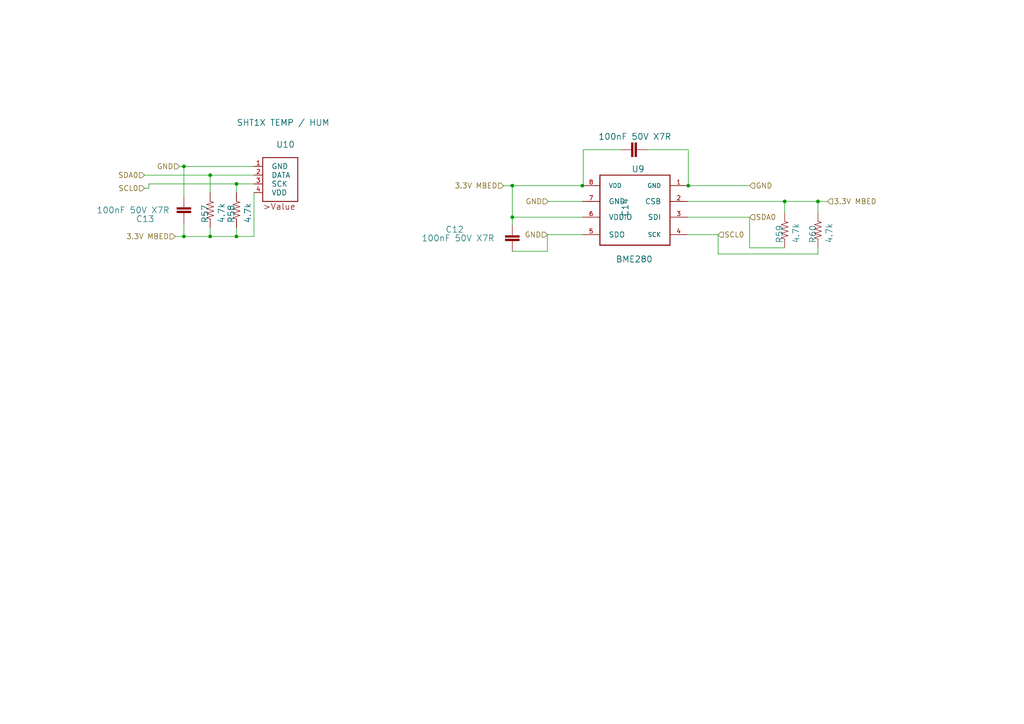
<source format=kicad_sch>
(kicad_sch (version 20230121) (generator eeschema)
  (paper "A4")
  (title_block (date "31 mar 2015"))
  (lib_symbols
    (symbol "SPCInterfaceBoard-v01-rescue:0.1UF-25V-5%(0603)_0603-CAP" (pin_names (offset 2.54))
      (property "Reference" "C" (at 1.524 2.921 0))
      (property "Value" "0.1UF-25V-5%(0603)_0603-CAP" (at 1.524 -2.159 0))
      (symbol "0.1UF-25V-5%(0603)_0603-CAP_0_0"
        (polyline (pts (xy 0 0) (xy 0 0.508)) (stroke (width 0.1524)))
        (polyline (pts (xy 0 2.54) (xy 0 2.032)) (stroke (width 0.1524)))
        (pin passive line (at 0 5.08 270) (length 2.54) (name "1") (number "1"))
        (pin passive line (at 0 -2.54 90) (length 2.54) (name "2") (number "2"))
      )
      (symbol "0.1UF-25V-5%(0603)_0603-CAP_0_1"
        (rectangle (start -2.032 0.508) (end 2.032 1.016) (fill (type outline)))
        (rectangle (start -2.032 1.524) (end 2.032 2.032) (fill (type outline)))
      )
    )
    (symbol "SPCInterfaceBoard-v01-rescue:1.2MOHMS-1/10W-1%(0603)_0603-RES" (pin_names (offset 2.54))
      (property "Reference" "R" (at -3.81 1.4986 0))
      (property "Value" "1.2MOHMS-1/10W-1%(0603)_0603-RES" (at -3.81 -3.302 0))
      (symbol "1.2MOHMS-1/10W-1%(0603)_0603-RES_0_0"
        (polyline (pts (xy -2.54 0) (xy -2.159 1.016)) (stroke (width 0.1524)))
        (polyline (pts (xy -2.159 1.016) (xy -1.524 -1.016)) (stroke (width 0.1524)))
        (polyline (pts (xy -1.524 -1.016) (xy -0.889 1.016)) (stroke (width 0.1524)))
        (polyline (pts (xy -0.889 1.016) (xy -0.254 -1.016)) (stroke (width 0.1524)))
        (polyline (pts (xy -0.254 -1.016) (xy 0.381 1.016)) (stroke (width 0.1524)))
        (polyline (pts (xy 0.381 1.016) (xy 1.016 -1.016)) (stroke (width 0.1524)))
        (polyline (pts (xy 1.016 -1.016) (xy 1.651 1.016)) (stroke (width 0.1524)))
        (polyline (pts (xy 1.651 1.016) (xy 2.286 -1.016)) (stroke (width 0.1524)))
        (polyline (pts (xy 2.286 -1.016) (xy 2.54 0)) (stroke (width 0.1524)))
        (pin passive line (at -5.08 0 0) (length 2.54) (name "1") (number "1"))
        (pin passive line (at 5.08 0 180) (length 2.54) (name "2") (number "2"))
      )
    )
    (symbol "SPCInterfaceBoard-v01-rescue:BME280" (pin_names (offset 2.54))
      (property "Reference" "U" (at -1.016 14.478 0))
      (property "Value" "BME280" (at -5.588 -11.684 0))
      (symbol "BME280_0_0"
        (polyline (pts (xy -10.16 -7.62) (xy 10.16 -7.62)) (stroke (width 0.254)))
        (polyline (pts (xy -10.16 -7.62) (xy 10.16 -7.62)) (stroke (width 0.254)))
        (polyline (pts (xy -10.16 12.7) (xy -10.16 -7.62)) (stroke (width 0.254)))
        (polyline (pts (xy -10.16 12.7) (xy -10.16 -7.62)) (stroke (width 0.254)))
        (polyline (pts (xy -10.16 12.7) (xy 10.16 12.7)) (stroke (width 0.254)))
        (polyline (pts (xy 10.16 -7.62) (xy 10.16 12.7)) (stroke (width 0.254)))
        (polyline (pts (xy 10.16 -7.62) (xy 10.16 12.7)) (stroke (width 0.254)))
        (pin power_in line (at 15.24 5.08 180) (length 5.08) (name "CSB") (number "2"))
        (pin power_in line (at 15.24 0.508 180) (length 5.08) (name "SDI") (number "3"))
        (pin input line (at -15.24 -4.572 0) (length 5.08) (name "SDO") (number "5"))
        (pin bidirectional line (at -15.24 0.508 0) (length 5.08) (name "VDDIO") (number "6"))
        (pin power_in line (at -15.24 5.08 0) (length 5.08) (name "GND") (number "7"))
      )
      (symbol "BME280_1_1"
        (pin input line (at 15.24 9.652 180) (length 5.08) (name "GND") (number "1"))
        (pin input line (at 15.24 -4.572 180) (length 5.08) (name "SCK") (number "4"))
        (pin input line (at -15.24 9.652 0) (length 5.08) (name "VDD") (number "8"))
      )
    )
    (symbol "SPCInterfaceBoard-v01-rescue:SHT1XSMD_SHT1X" (pin_names (offset 2.54))
      (property "Reference" "U" (at -5.08 8.382 0))
      (property "Value" "SHT1XSMD_SHT1X" (at -5.08 -7.62 0))
      (symbol "SHT1XSMD_SHT1X_0_0"
        (polyline (pts (xy -5.08 -5.08) (xy -5.08 7.62)) (stroke (width 0.254)))
        (polyline (pts (xy -5.08 7.62) (xy 5.08 7.62)) (stroke (width 0.254)))
        (polyline (pts (xy 5.08 -5.08) (xy -5.08 -5.08)) (stroke (width 0.254)))
        (polyline (pts (xy 5.08 7.62) (xy 5.08 -5.08)) (stroke (width 0.254)))
        (text ">Value" (at -5.08 -7.62 0) (effects (font (size 1.778 1.778)) (justify left bottom)))
        (pin power_in line (at -7.62 5.08 0) (length 2.54) (name "GND") (number "1"))
        (pin bidirectional line (at -7.62 2.54 0) (length 2.54) (name "DATA") (number "2"))
        (pin input line (at -7.62 0 0) (length 2.54) (name "SCK") (number "3"))
        (pin power_in line (at -7.62 -2.54 0) (length 2.54) (name "VDD") (number "4"))
      )
    )
  )
  (junction (at 148.59 53.848))
  (junction (at 68.58 68.58))
  (junction (at 148.59 62.992))
  (junction (at 168.91 53.848))
  (junction (at 199.644 53.848))
  (junction (at 68.58 53.34))
  (junction (at 227.584 58.42))
  (junction (at 60.96 68.58))
  (junction (at 237.236 58.42))
  (junction (at 53.34 48.26))
  (junction (at 53.34 68.58))
  (junction (at 60.96 50.8))
  (wire (pts (xy 187.706 43.434) (xy 199.644 43.434)))
  (wire (pts (xy 60.96 66.04) (xy 60.96 68.58)))
  (wire (pts (xy 50.8 68.58) (xy 53.34 68.58)))
  (wire (pts (xy 68.58 68.58) (xy 73.66 68.58)))
  (wire (pts (xy 148.59 53.848) (xy 168.91 53.848)))
  (wire (pts (xy 43.18 53.34) (xy 43.18 54.61)))
  (wire (pts (xy 227.584 58.42) (xy 237.236 58.42)))
  (wire (pts (xy 168.91 53.848) (xy 169.164 53.848)))
  (wire (pts (xy 41.91 50.8) (xy 60.96 50.8)))
  (wire (pts (xy 53.34 48.26) (xy 73.66 48.26)))
  (wire (pts (xy 68.58 53.34) (xy 68.58 55.88)))
  (wire (pts (xy 73.66 68.58) (xy 73.66 55.88)))
  (wire (pts (xy 158.75 72.898) (xy 158.75 68.072)))
  (wire (pts (xy 148.59 72.898) (xy 158.75 72.898)))
  (wire (pts (xy 146.05 53.848) (xy 148.59 53.848)))
  (wire (pts (xy 148.59 62.992) (xy 148.59 65.278)))
  (wire (pts (xy 53.34 68.58) (xy 60.96 68.58)))
  (wire (pts (xy 168.91 58.42) (xy 159.004 58.42)))
  (wire (pts (xy 237.236 58.42) (xy 240.03 58.42)))
  (wire (pts (xy 60.96 50.8) (xy 73.66 50.8)))
  (wire (pts (xy 217.424 71.882) (xy 227.584 71.882)))
  (wire (pts (xy 199.644 53.848) (xy 199.39 53.848)))
  (wire (pts (xy 68.58 66.04) (xy 68.58 68.58)))
  (wire (pts (xy 208.28 68.072) (xy 208.28 73.66)))
  (wire (pts (xy 217.424 62.992) (xy 217.424 71.882)))
  (wire (pts (xy 168.91 62.992) (xy 148.59 62.992)))
  (wire (pts (xy 52.07 48.26) (xy 53.34 48.26)))
  (wire (pts (xy 199.39 58.42) (xy 227.584 58.42)))
  (wire (pts (xy 53.34 57.15) (xy 53.34 48.26)))
  (wire (pts (xy 169.164 53.848) (xy 169.164 43.434)))
  (wire (pts (xy 199.39 62.992) (xy 217.424 62.992)))
  (wire (pts (xy 60.96 68.58) (xy 68.58 68.58)))
  (wire (pts (xy 227.584 61.722) (xy 227.584 58.42)))
  (wire (pts (xy 168.91 68.072) (xy 158.75 68.072)))
  (wire (pts (xy 169.164 43.434) (xy 180.086 43.434)))
  (wire (pts (xy 53.34 64.77) (xy 53.34 68.58)))
  (wire (pts (xy 60.96 50.8) (xy 60.96 55.88)))
  (wire (pts (xy 199.644 43.434) (xy 199.644 53.848)))
  (wire (pts (xy 148.59 53.848) (xy 148.59 62.992)))
  (wire (pts (xy 237.236 73.66) (xy 237.236 71.882)))
  (wire (pts (xy 208.28 73.66) (xy 237.236 73.66)))
  (wire (pts (xy 43.18 53.34) (xy 68.58 53.34)))
  (wire (pts (xy 68.58 53.34) (xy 73.66 53.34)))
  (wire (pts (xy 237.236 61.722) (xy 237.236 58.42)))
  (wire (pts (xy 199.39 68.072) (xy 208.28 68.072)))
  (wire (pts (xy 43.18 54.61) (xy 41.91 54.61)))
  (wire (pts (xy 217.424 53.848) (xy 199.644 53.848)))
  (hierarchical_label "GND" (shape input) (at 159.004 58.42 180) (effects (font (size 1.524 1.524))))
  (hierarchical_label "GND" (shape input) (at 158.75 68.072 180) (effects (font (size 1.524 1.524))))
  (hierarchical_label "SCL0" (shape input) (at 208.28 68.072 0) (effects (font (size 1.524 1.524))))
  (hierarchical_label "GND" (shape input) (at 52.07 48.26 180) (effects (font (size 1.524 1.524))))
  (hierarchical_label "SCL0" (shape input) (at 41.91 54.61 180) (effects (font (size 1.524 1.524))))
  (hierarchical_label "GND" (shape input) (at 217.424 53.848 0) (effects (font (size 1.524 1.524))))
  (hierarchical_label "SDA0" (shape input) (at 41.91 50.8 180) (effects (font (size 1.524 1.524))))
  (hierarchical_label "SDA0" (shape input) (at 217.424 62.992 0) (effects (font (size 1.524 1.524))))
  (hierarchical_label "3.3V MBED" (shape input) (at 50.8 68.58 180) (effects (font (size 1.524 1.524))))
  (hierarchical_label "3.3V MBED" (shape input) (at 240.03 58.42 0) (effects (font (size 1.524 1.524))))
  (hierarchical_label "3.3V MBED" (shape input) (at 146.05 53.848 180) (effects (font (size 1.524 1.524))))
  (symbol (lib_id "SPCInterfaceBoard-v01-rescue:SHT1XSMD_SHT1X") (at 81.28 53.34 0) (unit 1)
    (property "Reference" "U10" (at 80.01 41.91 0) (effects (font (size 1.778 1.778)) (justify left)))
    (property "Value" "SHT1X TEMP / HUM" (at 68.58 35.56 0) (effects (font (size 1.778 1.778)) (justify left)))
    (property "Footprint" "SparkFun-Sensors:SHT1X" (effects hide))
    (property "Datasheet" "http://www.mouser.com/ds/2/682/Sensirion_Humidity_SHT1x_Datasheet_V5-469722.pdf" (effects hide))
    (property "Link" "http://www.mouser.com/ProductDetail/Sensirion/SHT15/?qs=sGAEpiMZZMvxTCYhU%252bW9mWSmvnti8RIS02ftP4064gw%3d" (effects hide))
  )
  (symbol (lib_id "SPCInterfaceBoard-v01-rescue:0.1UF-25V-5%(0603)_0603-CAP") (at 53.34 62.23 0) (unit 1)
    (property "Reference" "C13" (at 39.37 63.5 0) (effects (font (size 1.778 1.778)) (justify left)))
    (property "Value" "100nF 50V X7R" (at 27.94 60.96 0) (effects (font (size 1.778 1.778)) (justify left)))
    (property "Footprint" "SPCInterfaceBoard-SPCPWSSC:c_0805" (effects hide))
    (property "Datasheet" "http://www.kemet.com/docfinder?Partnumber=C0805C104J5RACTU" (effects hide))
    (property "Link" "http://www.digikey.com/product-detail/en/C0805C104J5RACTU/399-1171-1-ND/411446" (effects hide))
  )
  (symbol (lib_id "SPCInterfaceBoard-v01-rescue:1.2MOHMS-1/10W-1%(0603)_0603-RES") (at 68.58 60.96 90) (unit 1)
    (property "Reference" "R58" (at 67.0814 64.77 0) (effects (font (size 1.778 1.778)) (justify left)))
    (property "Value" "4.7k" (at 71.882 64.77 0) (effects (font (size 1.778 1.778)) (justify left)))
    (property "Footprint" "SPCInterfaceBoard-SPCPWSSC:r_0603" (effects hide))
    (property "Datasheet" "http://riedon.com/media/pdf/PCR.pdf" (effects hide))
    (property "Link" "http://www.digikey.com/product-detail/en/PCR0805-4K7J1/696-1387-1-ND/3507345" (effects hide))
  )
  (symbol (lib_id "SPCInterfaceBoard-v01-rescue:1.2MOHMS-1/10W-1%(0603)_0603-RES") (at 60.96 60.96 90) (unit 1)
    (property "Reference" "R57" (at 59.4614 64.77 0) (effects (font (size 1.778 1.778)) (justify left)))
    (property "Value" "4.7k" (at 64.262 64.77 0) (effects (font (size 1.778 1.778)) (justify left)))
    (property "Footprint" "SPCInterfaceBoard-SPCPWSSC:r_0603" (effects hide))
    (property "Datasheet" "http://riedon.com/media/pdf/PCR.pdf" (effects hide))
    (property "Link" "http://www.digikey.com/product-detail/en/PCR0805-4K7J1/696-1387-1-ND/3507345" (effects hide))
  )
  (symbol (lib_id "SPCInterfaceBoard-v01-rescue:BME280") (at 184.15 63.5 0) (unit 1)
    (property "Reference" "U9" (at 183.134 49.022 0) (effects (font (size 1.778 1.778)) (justify left)))
    (property "Value" "BME280" (at 178.562 75.184 0) (effects (font (size 1.778 1.778)) (justify left)))
    (property "Footprint" "kicad-libraries-master:BME280" (effects hide))
  )
  (symbol (lib_id "SPCInterfaceBoard-v01-rescue:1.2MOHMS-1/10W-1%(0603)_0603-RES") (at 237.236 66.802 90) (unit 1)
    (property "Reference" "R60" (at 235.7374 70.612 0) (effects (font (size 1.778 1.778)) (justify left)))
    (property "Value" "4.7k" (at 240.538 70.612 0) (effects (font (size 1.778 1.778)) (justify left)))
    (property "Footprint" "SPCInterfaceBoard-SPCPWSSC:r_0603" (effects hide))
    (property "Datasheet" "http://riedon.com/media/pdf/PCR.pdf" (effects hide))
    (property "Link" "http://www.digikey.com/product-detail/en/PCR0805-4K7J1/696-1387-1-ND/3507345" (effects hide))
  )
  (symbol (lib_id "SPCInterfaceBoard-v01-rescue:1.2MOHMS-1/10W-1%(0603)_0603-RES") (at 227.584 66.802 90) (unit 1)
    (property "Reference" "R59" (at 226.0854 70.612 0) (effects (font (size 1.778 1.778)) (justify left)))
    (property "Value" "4.7k" (at 230.886 70.612 0) (effects (font (size 1.778 1.778)) (justify left)))
    (property "Footprint" "SPCInterfaceBoard-SPCPWSSC:r_0603" (effects hide))
    (property "Datasheet" "http://riedon.com/media/pdf/PCR.pdf" (effects hide))
    (property "Link" "http://www.digikey.com/product-detail/en/PCR0805-4K7J1/696-1387-1-ND/3507345" (effects hide))
  )
  (symbol (lib_id "SPCInterfaceBoard-v01-rescue:0.1UF-25V-5%(0603)_0603-CAP") (at 148.59 67.818 180) (unit 1)
    (property "Reference" "C12" (at 134.62 66.548 0) (effects (font (size 1.778 1.778)) (justify left)))
    (property "Value" "100nF 50V X7R" (at 143.51 69.088 0) (effects (font (size 1.778 1.778)) (justify left)))
    (property "Footprint" "SPCInterfaceBoard-SPCPWSSC:c_0805" (effects hide))
    (property "Datasheet" "http://www.kemet.com/docfinder?Partnumber=C0805C104J5RACTU" (effects hide))
    (property "Link" "http://www.digikey.com/product-detail/en/C0805C104J5RACTU/399-1171-1-ND/411446" (effects hide))
  )
  (symbol (lib_id "SPCInterfaceBoard-v01-rescue:0.1UF-25V-5%(0603)_0603-CAP") (at 182.626 43.434 270) (unit 1)
    (property "Reference" "C14" (at 181.356 57.404 0) (effects (font (size 1.778 1.778)) (justify left)))
    (property "Value" "100nF 50V X7R" (at 173.482 39.624 90) (effects (font (size 1.778 1.778)) (justify left)))
    (property "Footprint" "SPCInterfaceBoard-SPCPWSSC:c_0805" (effects hide))
    (property "Datasheet" "http://www.kemet.com/docfinder?Partnumber=C0805C104J5RACTU" (effects hide))
    (property "Link" "http://www.digikey.com/product-detail/en/C0805C104J5RACTU/399-1171-1-ND/411446" (effects hide))
  )
)
</source>
